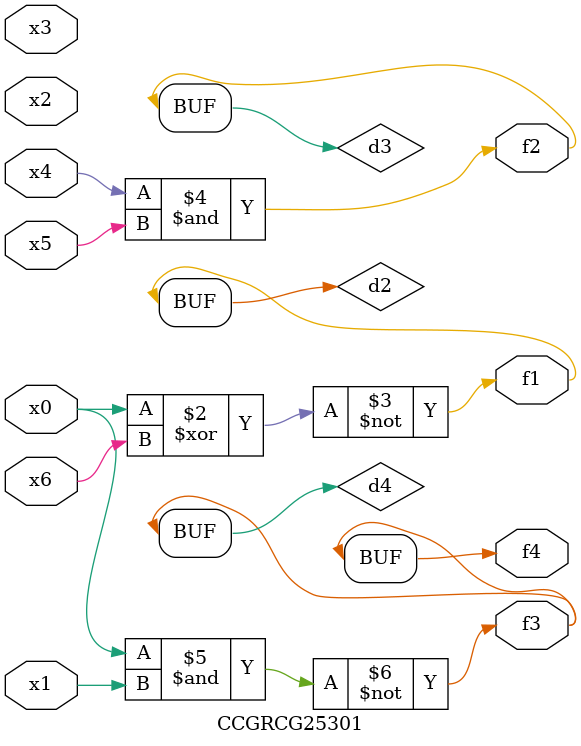
<source format=v>
module CCGRCG25301(
	input x0, x1, x2, x3, x4, x5, x6,
	output f1, f2, f3, f4
);

	wire d1, d2, d3, d4;

	nor (d1, x0);
	xnor (d2, x0, x6);
	and (d3, x4, x5);
	nand (d4, x0, x1);
	assign f1 = d2;
	assign f2 = d3;
	assign f3 = d4;
	assign f4 = d4;
endmodule

</source>
